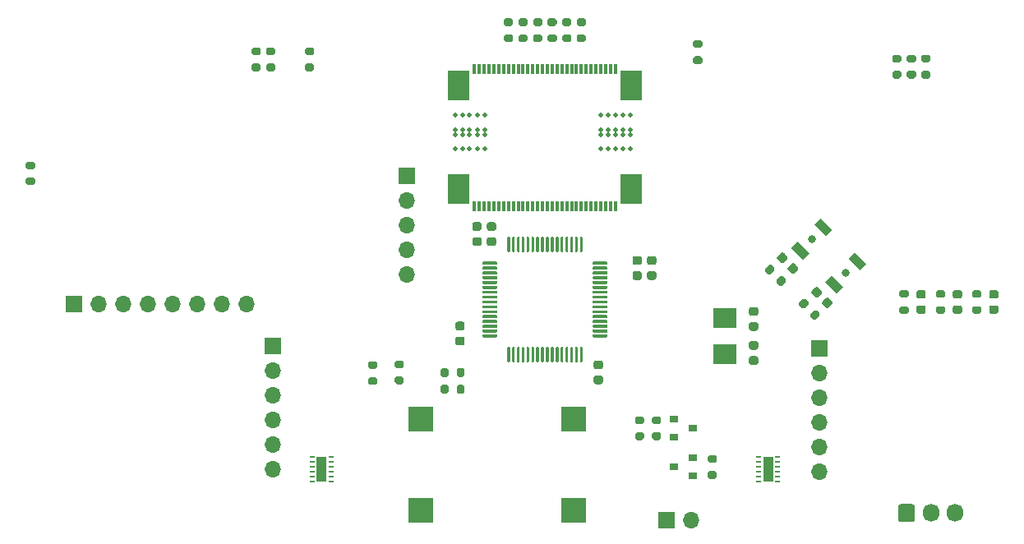
<source format=gbr>
%TF.GenerationSoftware,KiCad,Pcbnew,(5.1.7)-1*%
%TF.CreationDate,2021-05-04T00:49:10+02:00*%
%TF.ProjectId,Kaszmir,4b61737a-6d69-4722-9e6b-696361645f70,rev?*%
%TF.SameCoordinates,Original*%
%TF.FileFunction,Soldermask,Top*%
%TF.FilePolarity,Negative*%
%FSLAX46Y46*%
G04 Gerber Fmt 4.6, Leading zero omitted, Abs format (unit mm)*
G04 Created by KiCad (PCBNEW (5.1.7)-1) date 2021-05-04 00:49:10*
%MOMM*%
%LPD*%
G01*
G04 APERTURE LIST*
%ADD10C,0.500000*%
%ADD11R,0.300000X1.100000*%
%ADD12R,2.300000X3.100000*%
%ADD13O,1.700000X1.850000*%
%ADD14R,1.000000X2.650000*%
%ADD15R,0.500000X0.250000*%
%ADD16O,1.700000X1.700000*%
%ADD17R,1.700000X1.700000*%
%ADD18R,2.400000X2.000000*%
%ADD19C,0.800000*%
%ADD20C,0.150000*%
%ADD21R,0.900000X0.800000*%
%ADD22R,2.540000X2.540000*%
G04 APERTURE END LIST*
D10*
%TO.C,mouse-bite-3mm-slot*%
X102504000Y-120500000D03*
X102504000Y-122000000D03*
X103254000Y-120500000D03*
X101754000Y-120500000D03*
X101754000Y-122000000D03*
X103254000Y-122000000D03*
X104028000Y-122000000D03*
X104028000Y-120500000D03*
X104790000Y-120500000D03*
X104790000Y-122000000D03*
%TD*%
%TO.C,mouse-bite-3mm-slot*%
X102504000Y-122500000D03*
X102504000Y-124000000D03*
X103254000Y-122500000D03*
X101754000Y-122500000D03*
X101754000Y-124000000D03*
X103254000Y-124000000D03*
X104028000Y-124000000D03*
X104028000Y-122500000D03*
X104790000Y-122500000D03*
X104790000Y-124000000D03*
%TD*%
%TO.C,R2*%
G36*
G01*
X111475000Y-112775000D02*
X112025000Y-112775000D01*
G75*
G02*
X112225000Y-112975000I0J-200000D01*
G01*
X112225000Y-113375000D01*
G75*
G02*
X112025000Y-113575000I-200000J0D01*
G01*
X111475000Y-113575000D01*
G75*
G02*
X111275000Y-113375000I0J200000D01*
G01*
X111275000Y-112975000D01*
G75*
G02*
X111475000Y-112775000I200000J0D01*
G01*
G37*
G36*
G01*
X111475000Y-114425000D02*
X112025000Y-114425000D01*
G75*
G02*
X112225000Y-114625000I0J-200000D01*
G01*
X112225000Y-115025000D01*
G75*
G02*
X112025000Y-115225000I-200000J0D01*
G01*
X111475000Y-115225000D01*
G75*
G02*
X111275000Y-115025000I0J200000D01*
G01*
X111275000Y-114625000D01*
G75*
G02*
X111475000Y-114425000I200000J0D01*
G01*
G37*
%TD*%
D11*
%TO.C,J1*%
X88750000Y-115750000D03*
X89250000Y-115750000D03*
X89750000Y-115750000D03*
X90250000Y-115750000D03*
X90750000Y-115750000D03*
X91250000Y-115750000D03*
D12*
X104920000Y-117450000D03*
X87080000Y-117450000D03*
D11*
X91750000Y-115750000D03*
X92250000Y-115750000D03*
X92750000Y-115750000D03*
X93250000Y-115750000D03*
X93750000Y-115750000D03*
X94250000Y-115750000D03*
X94750000Y-115750000D03*
X95250000Y-115750000D03*
X95750000Y-115750000D03*
X96250000Y-115750000D03*
X96750000Y-115750000D03*
X97250000Y-115750000D03*
X97750000Y-115750000D03*
X98250000Y-115750000D03*
X98750000Y-115750000D03*
X99250000Y-115750000D03*
X99750000Y-115750000D03*
X100250000Y-115750000D03*
X100750000Y-115750000D03*
X101250000Y-115750000D03*
X101750000Y-115750000D03*
X102250000Y-115750000D03*
X102750000Y-115750000D03*
X103250000Y-115750000D03*
%TD*%
%TO.C,R4*%
G36*
G01*
X71475000Y-113525000D02*
X72025000Y-113525000D01*
G75*
G02*
X72225000Y-113725000I0J-200000D01*
G01*
X72225000Y-114125000D01*
G75*
G02*
X72025000Y-114325000I-200000J0D01*
G01*
X71475000Y-114325000D01*
G75*
G02*
X71275000Y-114125000I0J200000D01*
G01*
X71275000Y-113725000D01*
G75*
G02*
X71475000Y-113525000I200000J0D01*
G01*
G37*
G36*
G01*
X71475000Y-115175000D02*
X72025000Y-115175000D01*
G75*
G02*
X72225000Y-115375000I0J-200000D01*
G01*
X72225000Y-115775000D01*
G75*
G02*
X72025000Y-115975000I-200000J0D01*
G01*
X71475000Y-115975000D01*
G75*
G02*
X71275000Y-115775000I0J200000D01*
G01*
X71275000Y-115375000D01*
G75*
G02*
X71475000Y-115175000I200000J0D01*
G01*
G37*
%TD*%
%TO.C,R5*%
G36*
G01*
X42725000Y-125275000D02*
X43275000Y-125275000D01*
G75*
G02*
X43475000Y-125475000I0J-200000D01*
G01*
X43475000Y-125875000D01*
G75*
G02*
X43275000Y-126075000I-200000J0D01*
G01*
X42725000Y-126075000D01*
G75*
G02*
X42525000Y-125875000I0J200000D01*
G01*
X42525000Y-125475000D01*
G75*
G02*
X42725000Y-125275000I200000J0D01*
G01*
G37*
G36*
G01*
X42725000Y-126925000D02*
X43275000Y-126925000D01*
G75*
G02*
X43475000Y-127125000I0J-200000D01*
G01*
X43475000Y-127525000D01*
G75*
G02*
X43275000Y-127725000I-200000J0D01*
G01*
X42725000Y-127725000D01*
G75*
G02*
X42525000Y-127525000I0J200000D01*
G01*
X42525000Y-127125000D01*
G75*
G02*
X42725000Y-126925000I200000J0D01*
G01*
G37*
%TD*%
%TO.C,R6*%
G36*
G01*
X135525000Y-116725000D02*
X134975000Y-116725000D01*
G75*
G02*
X134775000Y-116525000I0J200000D01*
G01*
X134775000Y-116125000D01*
G75*
G02*
X134975000Y-115925000I200000J0D01*
G01*
X135525000Y-115925000D01*
G75*
G02*
X135725000Y-116125000I0J-200000D01*
G01*
X135725000Y-116525000D01*
G75*
G02*
X135525000Y-116725000I-200000J0D01*
G01*
G37*
G36*
G01*
X135525000Y-115075000D02*
X134975000Y-115075000D01*
G75*
G02*
X134775000Y-114875000I0J200000D01*
G01*
X134775000Y-114475000D01*
G75*
G02*
X134975000Y-114275000I200000J0D01*
G01*
X135525000Y-114275000D01*
G75*
G02*
X135725000Y-114475000I0J-200000D01*
G01*
X135725000Y-114875000D01*
G75*
G02*
X135525000Y-115075000I-200000J0D01*
G01*
G37*
%TD*%
%TO.C,R8*%
G36*
G01*
X99475000Y-110525000D02*
X100025000Y-110525000D01*
G75*
G02*
X100225000Y-110725000I0J-200000D01*
G01*
X100225000Y-111125000D01*
G75*
G02*
X100025000Y-111325000I-200000J0D01*
G01*
X99475000Y-111325000D01*
G75*
G02*
X99275000Y-111125000I0J200000D01*
G01*
X99275000Y-110725000D01*
G75*
G02*
X99475000Y-110525000I200000J0D01*
G01*
G37*
G36*
G01*
X99475000Y-112175000D02*
X100025000Y-112175000D01*
G75*
G02*
X100225000Y-112375000I0J-200000D01*
G01*
X100225000Y-112775000D01*
G75*
G02*
X100025000Y-112975000I-200000J0D01*
G01*
X99475000Y-112975000D01*
G75*
G02*
X99275000Y-112775000I0J200000D01*
G01*
X99275000Y-112375000D01*
G75*
G02*
X99475000Y-112175000I200000J0D01*
G01*
G37*
%TD*%
%TO.C,R7*%
G36*
G01*
X132525000Y-116725000D02*
X131975000Y-116725000D01*
G75*
G02*
X131775000Y-116525000I0J200000D01*
G01*
X131775000Y-116125000D01*
G75*
G02*
X131975000Y-115925000I200000J0D01*
G01*
X132525000Y-115925000D01*
G75*
G02*
X132725000Y-116125000I0J-200000D01*
G01*
X132725000Y-116525000D01*
G75*
G02*
X132525000Y-116725000I-200000J0D01*
G01*
G37*
G36*
G01*
X132525000Y-115075000D02*
X131975000Y-115075000D01*
G75*
G02*
X131775000Y-114875000I0J200000D01*
G01*
X131775000Y-114475000D01*
G75*
G02*
X131975000Y-114275000I200000J0D01*
G01*
X132525000Y-114275000D01*
G75*
G02*
X132725000Y-114475000I0J-200000D01*
G01*
X132725000Y-114875000D01*
G75*
G02*
X132525000Y-115075000I-200000J0D01*
G01*
G37*
%TD*%
%TO.C,R10*%
G36*
G01*
X96475000Y-110525000D02*
X97025000Y-110525000D01*
G75*
G02*
X97225000Y-110725000I0J-200000D01*
G01*
X97225000Y-111125000D01*
G75*
G02*
X97025000Y-111325000I-200000J0D01*
G01*
X96475000Y-111325000D01*
G75*
G02*
X96275000Y-111125000I0J200000D01*
G01*
X96275000Y-110725000D01*
G75*
G02*
X96475000Y-110525000I200000J0D01*
G01*
G37*
G36*
G01*
X96475000Y-112175000D02*
X97025000Y-112175000D01*
G75*
G02*
X97225000Y-112375000I0J-200000D01*
G01*
X97225000Y-112775000D01*
G75*
G02*
X97025000Y-112975000I-200000J0D01*
G01*
X96475000Y-112975000D01*
G75*
G02*
X96275000Y-112775000I0J200000D01*
G01*
X96275000Y-112375000D01*
G75*
G02*
X96475000Y-112175000I200000J0D01*
G01*
G37*
%TD*%
%TO.C,R12*%
G36*
G01*
X93475000Y-110525000D02*
X94025000Y-110525000D01*
G75*
G02*
X94225000Y-110725000I0J-200000D01*
G01*
X94225000Y-111125000D01*
G75*
G02*
X94025000Y-111325000I-200000J0D01*
G01*
X93475000Y-111325000D01*
G75*
G02*
X93275000Y-111125000I0J200000D01*
G01*
X93275000Y-110725000D01*
G75*
G02*
X93475000Y-110525000I200000J0D01*
G01*
G37*
G36*
G01*
X93475000Y-112175000D02*
X94025000Y-112175000D01*
G75*
G02*
X94225000Y-112375000I0J-200000D01*
G01*
X94225000Y-112775000D01*
G75*
G02*
X94025000Y-112975000I-200000J0D01*
G01*
X93475000Y-112975000D01*
G75*
G02*
X93275000Y-112775000I0J200000D01*
G01*
X93275000Y-112375000D01*
G75*
G02*
X93475000Y-112175000I200000J0D01*
G01*
G37*
%TD*%
%TO.C,R13*%
G36*
G01*
X91975000Y-110525000D02*
X92525000Y-110525000D01*
G75*
G02*
X92725000Y-110725000I0J-200000D01*
G01*
X92725000Y-111125000D01*
G75*
G02*
X92525000Y-111325000I-200000J0D01*
G01*
X91975000Y-111325000D01*
G75*
G02*
X91775000Y-111125000I0J200000D01*
G01*
X91775000Y-110725000D01*
G75*
G02*
X91975000Y-110525000I200000J0D01*
G01*
G37*
G36*
G01*
X91975000Y-112175000D02*
X92525000Y-112175000D01*
G75*
G02*
X92725000Y-112375000I0J-200000D01*
G01*
X92725000Y-112775000D01*
G75*
G02*
X92525000Y-112975000I-200000J0D01*
G01*
X91975000Y-112975000D01*
G75*
G02*
X91775000Y-112775000I0J200000D01*
G01*
X91775000Y-112375000D01*
G75*
G02*
X91975000Y-112175000I200000J0D01*
G01*
G37*
%TD*%
%TO.C,R1*%
G36*
G01*
X133475000Y-114275000D02*
X134025000Y-114275000D01*
G75*
G02*
X134225000Y-114475000I0J-200000D01*
G01*
X134225000Y-114875000D01*
G75*
G02*
X134025000Y-115075000I-200000J0D01*
G01*
X133475000Y-115075000D01*
G75*
G02*
X133275000Y-114875000I0J200000D01*
G01*
X133275000Y-114475000D01*
G75*
G02*
X133475000Y-114275000I200000J0D01*
G01*
G37*
G36*
G01*
X133475000Y-115925000D02*
X134025000Y-115925000D01*
G75*
G02*
X134225000Y-116125000I0J-200000D01*
G01*
X134225000Y-116525000D01*
G75*
G02*
X134025000Y-116725000I-200000J0D01*
G01*
X133475000Y-116725000D01*
G75*
G02*
X133275000Y-116525000I0J200000D01*
G01*
X133275000Y-116125000D01*
G75*
G02*
X133475000Y-115925000I200000J0D01*
G01*
G37*
%TD*%
%TO.C,R9*%
G36*
G01*
X97975000Y-110525000D02*
X98525000Y-110525000D01*
G75*
G02*
X98725000Y-110725000I0J-200000D01*
G01*
X98725000Y-111125000D01*
G75*
G02*
X98525000Y-111325000I-200000J0D01*
G01*
X97975000Y-111325000D01*
G75*
G02*
X97775000Y-111125000I0J200000D01*
G01*
X97775000Y-110725000D01*
G75*
G02*
X97975000Y-110525000I200000J0D01*
G01*
G37*
G36*
G01*
X97975000Y-112175000D02*
X98525000Y-112175000D01*
G75*
G02*
X98725000Y-112375000I0J-200000D01*
G01*
X98725000Y-112775000D01*
G75*
G02*
X98525000Y-112975000I-200000J0D01*
G01*
X97975000Y-112975000D01*
G75*
G02*
X97775000Y-112775000I0J200000D01*
G01*
X97775000Y-112375000D01*
G75*
G02*
X97975000Y-112175000I200000J0D01*
G01*
G37*
%TD*%
%TO.C,R11*%
G36*
G01*
X94975000Y-110525000D02*
X95525000Y-110525000D01*
G75*
G02*
X95725000Y-110725000I0J-200000D01*
G01*
X95725000Y-111125000D01*
G75*
G02*
X95525000Y-111325000I-200000J0D01*
G01*
X94975000Y-111325000D01*
G75*
G02*
X94775000Y-111125000I0J200000D01*
G01*
X94775000Y-110725000D01*
G75*
G02*
X94975000Y-110525000I200000J0D01*
G01*
G37*
G36*
G01*
X94975000Y-112175000D02*
X95525000Y-112175000D01*
G75*
G02*
X95725000Y-112375000I0J-200000D01*
G01*
X95725000Y-112775000D01*
G75*
G02*
X95525000Y-112975000I-200000J0D01*
G01*
X94975000Y-112975000D01*
G75*
G02*
X94775000Y-112775000I0J200000D01*
G01*
X94775000Y-112375000D01*
G75*
G02*
X94975000Y-112175000I200000J0D01*
G01*
G37*
%TD*%
%TO.C,R15*%
G36*
G01*
X66525000Y-115975000D02*
X65975000Y-115975000D01*
G75*
G02*
X65775000Y-115775000I0J200000D01*
G01*
X65775000Y-115375000D01*
G75*
G02*
X65975000Y-115175000I200000J0D01*
G01*
X66525000Y-115175000D01*
G75*
G02*
X66725000Y-115375000I0J-200000D01*
G01*
X66725000Y-115775000D01*
G75*
G02*
X66525000Y-115975000I-200000J0D01*
G01*
G37*
G36*
G01*
X66525000Y-114325000D02*
X65975000Y-114325000D01*
G75*
G02*
X65775000Y-114125000I0J200000D01*
G01*
X65775000Y-113725000D01*
G75*
G02*
X65975000Y-113525000I200000J0D01*
G01*
X66525000Y-113525000D01*
G75*
G02*
X66725000Y-113725000I0J-200000D01*
G01*
X66725000Y-114125000D01*
G75*
G02*
X66525000Y-114325000I-200000J0D01*
G01*
G37*
%TD*%
%TO.C,R14*%
G36*
G01*
X68025000Y-115975000D02*
X67475000Y-115975000D01*
G75*
G02*
X67275000Y-115775000I0J200000D01*
G01*
X67275000Y-115375000D01*
G75*
G02*
X67475000Y-115175000I200000J0D01*
G01*
X68025000Y-115175000D01*
G75*
G02*
X68225000Y-115375000I0J-200000D01*
G01*
X68225000Y-115775000D01*
G75*
G02*
X68025000Y-115975000I-200000J0D01*
G01*
G37*
G36*
G01*
X68025000Y-114325000D02*
X67475000Y-114325000D01*
G75*
G02*
X67275000Y-114125000I0J200000D01*
G01*
X67275000Y-113725000D01*
G75*
G02*
X67475000Y-113525000I200000J0D01*
G01*
X68025000Y-113525000D01*
G75*
G02*
X68225000Y-113725000I0J-200000D01*
G01*
X68225000Y-114125000D01*
G75*
G02*
X68025000Y-114325000I-200000J0D01*
G01*
G37*
%TD*%
D10*
%TO.C,mouse-bite-3mm-slot*%
X89774000Y-122000000D03*
X89774000Y-120500000D03*
X89012000Y-120500000D03*
X89012000Y-122000000D03*
X88238000Y-122000000D03*
X86738000Y-122000000D03*
X86738000Y-120500000D03*
X88238000Y-120500000D03*
X87488000Y-122000000D03*
X87488000Y-120500000D03*
%TD*%
%TO.C,mouse-bite-3mm-slot*%
X89774000Y-124000000D03*
X89774000Y-122500000D03*
X89012000Y-122500000D03*
X89012000Y-124000000D03*
X88238000Y-124000000D03*
X86738000Y-124000000D03*
X86738000Y-122500000D03*
X88238000Y-122500000D03*
X87488000Y-124000000D03*
X87488000Y-122500000D03*
%TD*%
D13*
%TO.C,SW1*%
X138250000Y-161500000D03*
X135750000Y-161500000D03*
G36*
G01*
X132400000Y-162175000D02*
X132400000Y-160825000D01*
G75*
G02*
X132650000Y-160575000I250000J0D01*
G01*
X133850000Y-160575000D01*
G75*
G02*
X134100000Y-160825000I0J-250000D01*
G01*
X134100000Y-162175000D01*
G75*
G02*
X133850000Y-162425000I-250000J0D01*
G01*
X132650000Y-162425000D01*
G75*
G02*
X132400000Y-162175000I0J250000D01*
G01*
G37*
%TD*%
%TO.C,C12*%
G36*
G01*
X106750000Y-136575000D02*
X107250000Y-136575000D01*
G75*
G02*
X107475000Y-136800000I0J-225000D01*
G01*
X107475000Y-137250000D01*
G75*
G02*
X107250000Y-137475000I-225000J0D01*
G01*
X106750000Y-137475000D01*
G75*
G02*
X106525000Y-137250000I0J225000D01*
G01*
X106525000Y-136800000D01*
G75*
G02*
X106750000Y-136575000I225000J0D01*
G01*
G37*
G36*
G01*
X106750000Y-135025000D02*
X107250000Y-135025000D01*
G75*
G02*
X107475000Y-135250000I0J-225000D01*
G01*
X107475000Y-135700000D01*
G75*
G02*
X107250000Y-135925000I-225000J0D01*
G01*
X106750000Y-135925000D01*
G75*
G02*
X106525000Y-135700000I0J225000D01*
G01*
X106525000Y-135250000D01*
G75*
G02*
X106750000Y-135025000I225000J0D01*
G01*
G37*
%TD*%
%TO.C,C11*%
G36*
G01*
X105250000Y-136575000D02*
X105750000Y-136575000D01*
G75*
G02*
X105975000Y-136800000I0J-225000D01*
G01*
X105975000Y-137250000D01*
G75*
G02*
X105750000Y-137475000I-225000J0D01*
G01*
X105250000Y-137475000D01*
G75*
G02*
X105025000Y-137250000I0J225000D01*
G01*
X105025000Y-136800000D01*
G75*
G02*
X105250000Y-136575000I225000J0D01*
G01*
G37*
G36*
G01*
X105250000Y-135025000D02*
X105750000Y-135025000D01*
G75*
G02*
X105975000Y-135250000I0J-225000D01*
G01*
X105975000Y-135700000D01*
G75*
G02*
X105750000Y-135925000I-225000J0D01*
G01*
X105250000Y-135925000D01*
G75*
G02*
X105025000Y-135700000I0J225000D01*
G01*
X105025000Y-135250000D01*
G75*
G02*
X105250000Y-135025000I225000J0D01*
G01*
G37*
%TD*%
%TO.C,C9*%
G36*
G01*
X101250000Y-147325000D02*
X101750000Y-147325000D01*
G75*
G02*
X101975000Y-147550000I0J-225000D01*
G01*
X101975000Y-148000000D01*
G75*
G02*
X101750000Y-148225000I-225000J0D01*
G01*
X101250000Y-148225000D01*
G75*
G02*
X101025000Y-148000000I0J225000D01*
G01*
X101025000Y-147550000D01*
G75*
G02*
X101250000Y-147325000I225000J0D01*
G01*
G37*
G36*
G01*
X101250000Y-145775000D02*
X101750000Y-145775000D01*
G75*
G02*
X101975000Y-146000000I0J-225000D01*
G01*
X101975000Y-146450000D01*
G75*
G02*
X101750000Y-146675000I-225000J0D01*
G01*
X101250000Y-146675000D01*
G75*
G02*
X101025000Y-146450000I0J225000D01*
G01*
X101025000Y-146000000D01*
G75*
G02*
X101250000Y-145775000I225000J0D01*
G01*
G37*
%TD*%
%TO.C,C8*%
G36*
G01*
X90750000Y-132425000D02*
X90250000Y-132425000D01*
G75*
G02*
X90025000Y-132200000I0J225000D01*
G01*
X90025000Y-131750000D01*
G75*
G02*
X90250000Y-131525000I225000J0D01*
G01*
X90750000Y-131525000D01*
G75*
G02*
X90975000Y-131750000I0J-225000D01*
G01*
X90975000Y-132200000D01*
G75*
G02*
X90750000Y-132425000I-225000J0D01*
G01*
G37*
G36*
G01*
X90750000Y-133975000D02*
X90250000Y-133975000D01*
G75*
G02*
X90025000Y-133750000I0J225000D01*
G01*
X90025000Y-133300000D01*
G75*
G02*
X90250000Y-133075000I225000J0D01*
G01*
X90750000Y-133075000D01*
G75*
G02*
X90975000Y-133300000I0J-225000D01*
G01*
X90975000Y-133750000D01*
G75*
G02*
X90750000Y-133975000I-225000J0D01*
G01*
G37*
%TD*%
%TO.C,C7*%
G36*
G01*
X87500000Y-142675000D02*
X87000000Y-142675000D01*
G75*
G02*
X86775000Y-142450000I0J225000D01*
G01*
X86775000Y-142000000D01*
G75*
G02*
X87000000Y-141775000I225000J0D01*
G01*
X87500000Y-141775000D01*
G75*
G02*
X87725000Y-142000000I0J-225000D01*
G01*
X87725000Y-142450000D01*
G75*
G02*
X87500000Y-142675000I-225000J0D01*
G01*
G37*
G36*
G01*
X87500000Y-144225000D02*
X87000000Y-144225000D01*
G75*
G02*
X86775000Y-144000000I0J225000D01*
G01*
X86775000Y-143550000D01*
G75*
G02*
X87000000Y-143325000I225000J0D01*
G01*
X87500000Y-143325000D01*
G75*
G02*
X87725000Y-143550000I0J-225000D01*
G01*
X87725000Y-144000000D01*
G75*
G02*
X87500000Y-144225000I-225000J0D01*
G01*
G37*
%TD*%
%TO.C,C13*%
G36*
G01*
X89250000Y-132425000D02*
X88750000Y-132425000D01*
G75*
G02*
X88525000Y-132200000I0J225000D01*
G01*
X88525000Y-131750000D01*
G75*
G02*
X88750000Y-131525000I225000J0D01*
G01*
X89250000Y-131525000D01*
G75*
G02*
X89475000Y-131750000I0J-225000D01*
G01*
X89475000Y-132200000D01*
G75*
G02*
X89250000Y-132425000I-225000J0D01*
G01*
G37*
G36*
G01*
X89250000Y-133975000D02*
X88750000Y-133975000D01*
G75*
G02*
X88525000Y-133750000I0J225000D01*
G01*
X88525000Y-133300000D01*
G75*
G02*
X88750000Y-133075000I225000J0D01*
G01*
X89250000Y-133075000D01*
G75*
G02*
X89475000Y-133300000I0J-225000D01*
G01*
X89475000Y-133750000D01*
G75*
G02*
X89250000Y-133975000I-225000J0D01*
G01*
G37*
%TD*%
D14*
%TO.C,U1*%
X119000000Y-157000000D03*
D15*
X118050000Y-158250000D03*
X118050000Y-157750000D03*
X118050000Y-157250000D03*
X118050000Y-156750000D03*
X118050000Y-156250000D03*
X118050000Y-155750000D03*
X119950000Y-155750000D03*
X119950000Y-156250000D03*
X119950000Y-156750000D03*
X119950000Y-157250000D03*
X119950000Y-157750000D03*
X119950000Y-158250000D03*
%TD*%
D14*
%TO.C,U3*%
X73000000Y-157000000D03*
D15*
X73950000Y-155750000D03*
X73950000Y-156250000D03*
X73950000Y-156750000D03*
X73950000Y-157250000D03*
X73950000Y-157750000D03*
X73950000Y-158250000D03*
X72050000Y-158250000D03*
X72050000Y-157750000D03*
X72050000Y-157250000D03*
X72050000Y-156750000D03*
X72050000Y-156250000D03*
X72050000Y-155750000D03*
%TD*%
%TO.C,R13*%
G36*
G01*
X107775000Y-152325000D02*
X107225000Y-152325000D01*
G75*
G02*
X107025000Y-152125000I0J200000D01*
G01*
X107025000Y-151725000D01*
G75*
G02*
X107225000Y-151525000I200000J0D01*
G01*
X107775000Y-151525000D01*
G75*
G02*
X107975000Y-151725000I0J-200000D01*
G01*
X107975000Y-152125000D01*
G75*
G02*
X107775000Y-152325000I-200000J0D01*
G01*
G37*
G36*
G01*
X107775000Y-153975000D02*
X107225000Y-153975000D01*
G75*
G02*
X107025000Y-153775000I0J200000D01*
G01*
X107025000Y-153375000D01*
G75*
G02*
X107225000Y-153175000I200000J0D01*
G01*
X107775000Y-153175000D01*
G75*
G02*
X107975000Y-153375000I0J-200000D01*
G01*
X107975000Y-153775000D01*
G75*
G02*
X107775000Y-153975000I-200000J0D01*
G01*
G37*
%TD*%
D16*
%TO.C,STLINK*%
X81750000Y-136910000D03*
X81750000Y-134370000D03*
X81750000Y-131830000D03*
X81750000Y-129290000D03*
D17*
X81750000Y-126750000D03*
%TD*%
D18*
%TO.C,Y1*%
X114500000Y-145100000D03*
X114500000Y-141400000D03*
%TD*%
%TO.C,U2*%
G36*
G01*
X99900000Y-144475000D02*
X99900000Y-145875000D01*
G75*
G02*
X99825000Y-145950000I-75000J0D01*
G01*
X99675000Y-145950000D01*
G75*
G02*
X99600000Y-145875000I0J75000D01*
G01*
X99600000Y-144475000D01*
G75*
G02*
X99675000Y-144400000I75000J0D01*
G01*
X99825000Y-144400000D01*
G75*
G02*
X99900000Y-144475000I0J-75000D01*
G01*
G37*
G36*
G01*
X99400000Y-144475000D02*
X99400000Y-145875000D01*
G75*
G02*
X99325000Y-145950000I-75000J0D01*
G01*
X99175000Y-145950000D01*
G75*
G02*
X99100000Y-145875000I0J75000D01*
G01*
X99100000Y-144475000D01*
G75*
G02*
X99175000Y-144400000I75000J0D01*
G01*
X99325000Y-144400000D01*
G75*
G02*
X99400000Y-144475000I0J-75000D01*
G01*
G37*
G36*
G01*
X98900000Y-144475000D02*
X98900000Y-145875000D01*
G75*
G02*
X98825000Y-145950000I-75000J0D01*
G01*
X98675000Y-145950000D01*
G75*
G02*
X98600000Y-145875000I0J75000D01*
G01*
X98600000Y-144475000D01*
G75*
G02*
X98675000Y-144400000I75000J0D01*
G01*
X98825000Y-144400000D01*
G75*
G02*
X98900000Y-144475000I0J-75000D01*
G01*
G37*
G36*
G01*
X98400000Y-144475000D02*
X98400000Y-145875000D01*
G75*
G02*
X98325000Y-145950000I-75000J0D01*
G01*
X98175000Y-145950000D01*
G75*
G02*
X98100000Y-145875000I0J75000D01*
G01*
X98100000Y-144475000D01*
G75*
G02*
X98175000Y-144400000I75000J0D01*
G01*
X98325000Y-144400000D01*
G75*
G02*
X98400000Y-144475000I0J-75000D01*
G01*
G37*
G36*
G01*
X97900000Y-144475000D02*
X97900000Y-145875000D01*
G75*
G02*
X97825000Y-145950000I-75000J0D01*
G01*
X97675000Y-145950000D01*
G75*
G02*
X97600000Y-145875000I0J75000D01*
G01*
X97600000Y-144475000D01*
G75*
G02*
X97675000Y-144400000I75000J0D01*
G01*
X97825000Y-144400000D01*
G75*
G02*
X97900000Y-144475000I0J-75000D01*
G01*
G37*
G36*
G01*
X97400000Y-144475000D02*
X97400000Y-145875000D01*
G75*
G02*
X97325000Y-145950000I-75000J0D01*
G01*
X97175000Y-145950000D01*
G75*
G02*
X97100000Y-145875000I0J75000D01*
G01*
X97100000Y-144475000D01*
G75*
G02*
X97175000Y-144400000I75000J0D01*
G01*
X97325000Y-144400000D01*
G75*
G02*
X97400000Y-144475000I0J-75000D01*
G01*
G37*
G36*
G01*
X96900000Y-144475000D02*
X96900000Y-145875000D01*
G75*
G02*
X96825000Y-145950000I-75000J0D01*
G01*
X96675000Y-145950000D01*
G75*
G02*
X96600000Y-145875000I0J75000D01*
G01*
X96600000Y-144475000D01*
G75*
G02*
X96675000Y-144400000I75000J0D01*
G01*
X96825000Y-144400000D01*
G75*
G02*
X96900000Y-144475000I0J-75000D01*
G01*
G37*
G36*
G01*
X96400000Y-144475000D02*
X96400000Y-145875000D01*
G75*
G02*
X96325000Y-145950000I-75000J0D01*
G01*
X96175000Y-145950000D01*
G75*
G02*
X96100000Y-145875000I0J75000D01*
G01*
X96100000Y-144475000D01*
G75*
G02*
X96175000Y-144400000I75000J0D01*
G01*
X96325000Y-144400000D01*
G75*
G02*
X96400000Y-144475000I0J-75000D01*
G01*
G37*
G36*
G01*
X95900000Y-144475000D02*
X95900000Y-145875000D01*
G75*
G02*
X95825000Y-145950000I-75000J0D01*
G01*
X95675000Y-145950000D01*
G75*
G02*
X95600000Y-145875000I0J75000D01*
G01*
X95600000Y-144475000D01*
G75*
G02*
X95675000Y-144400000I75000J0D01*
G01*
X95825000Y-144400000D01*
G75*
G02*
X95900000Y-144475000I0J-75000D01*
G01*
G37*
G36*
G01*
X95400000Y-144475000D02*
X95400000Y-145875000D01*
G75*
G02*
X95325000Y-145950000I-75000J0D01*
G01*
X95175000Y-145950000D01*
G75*
G02*
X95100000Y-145875000I0J75000D01*
G01*
X95100000Y-144475000D01*
G75*
G02*
X95175000Y-144400000I75000J0D01*
G01*
X95325000Y-144400000D01*
G75*
G02*
X95400000Y-144475000I0J-75000D01*
G01*
G37*
G36*
G01*
X94900000Y-144475000D02*
X94900000Y-145875000D01*
G75*
G02*
X94825000Y-145950000I-75000J0D01*
G01*
X94675000Y-145950000D01*
G75*
G02*
X94600000Y-145875000I0J75000D01*
G01*
X94600000Y-144475000D01*
G75*
G02*
X94675000Y-144400000I75000J0D01*
G01*
X94825000Y-144400000D01*
G75*
G02*
X94900000Y-144475000I0J-75000D01*
G01*
G37*
G36*
G01*
X94400000Y-144475000D02*
X94400000Y-145875000D01*
G75*
G02*
X94325000Y-145950000I-75000J0D01*
G01*
X94175000Y-145950000D01*
G75*
G02*
X94100000Y-145875000I0J75000D01*
G01*
X94100000Y-144475000D01*
G75*
G02*
X94175000Y-144400000I75000J0D01*
G01*
X94325000Y-144400000D01*
G75*
G02*
X94400000Y-144475000I0J-75000D01*
G01*
G37*
G36*
G01*
X93900000Y-144475000D02*
X93900000Y-145875000D01*
G75*
G02*
X93825000Y-145950000I-75000J0D01*
G01*
X93675000Y-145950000D01*
G75*
G02*
X93600000Y-145875000I0J75000D01*
G01*
X93600000Y-144475000D01*
G75*
G02*
X93675000Y-144400000I75000J0D01*
G01*
X93825000Y-144400000D01*
G75*
G02*
X93900000Y-144475000I0J-75000D01*
G01*
G37*
G36*
G01*
X93400000Y-144475000D02*
X93400000Y-145875000D01*
G75*
G02*
X93325000Y-145950000I-75000J0D01*
G01*
X93175000Y-145950000D01*
G75*
G02*
X93100000Y-145875000I0J75000D01*
G01*
X93100000Y-144475000D01*
G75*
G02*
X93175000Y-144400000I75000J0D01*
G01*
X93325000Y-144400000D01*
G75*
G02*
X93400000Y-144475000I0J-75000D01*
G01*
G37*
G36*
G01*
X92900000Y-144475000D02*
X92900000Y-145875000D01*
G75*
G02*
X92825000Y-145950000I-75000J0D01*
G01*
X92675000Y-145950000D01*
G75*
G02*
X92600000Y-145875000I0J75000D01*
G01*
X92600000Y-144475000D01*
G75*
G02*
X92675000Y-144400000I75000J0D01*
G01*
X92825000Y-144400000D01*
G75*
G02*
X92900000Y-144475000I0J-75000D01*
G01*
G37*
G36*
G01*
X92400000Y-144475000D02*
X92400000Y-145875000D01*
G75*
G02*
X92325000Y-145950000I-75000J0D01*
G01*
X92175000Y-145950000D01*
G75*
G02*
X92100000Y-145875000I0J75000D01*
G01*
X92100000Y-144475000D01*
G75*
G02*
X92175000Y-144400000I75000J0D01*
G01*
X92325000Y-144400000D01*
G75*
G02*
X92400000Y-144475000I0J-75000D01*
G01*
G37*
G36*
G01*
X91100000Y-143175000D02*
X91100000Y-143325000D01*
G75*
G02*
X91025000Y-143400000I-75000J0D01*
G01*
X89625000Y-143400000D01*
G75*
G02*
X89550000Y-143325000I0J75000D01*
G01*
X89550000Y-143175000D01*
G75*
G02*
X89625000Y-143100000I75000J0D01*
G01*
X91025000Y-143100000D01*
G75*
G02*
X91100000Y-143175000I0J-75000D01*
G01*
G37*
G36*
G01*
X91100000Y-142675000D02*
X91100000Y-142825000D01*
G75*
G02*
X91025000Y-142900000I-75000J0D01*
G01*
X89625000Y-142900000D01*
G75*
G02*
X89550000Y-142825000I0J75000D01*
G01*
X89550000Y-142675000D01*
G75*
G02*
X89625000Y-142600000I75000J0D01*
G01*
X91025000Y-142600000D01*
G75*
G02*
X91100000Y-142675000I0J-75000D01*
G01*
G37*
G36*
G01*
X91100000Y-142175000D02*
X91100000Y-142325000D01*
G75*
G02*
X91025000Y-142400000I-75000J0D01*
G01*
X89625000Y-142400000D01*
G75*
G02*
X89550000Y-142325000I0J75000D01*
G01*
X89550000Y-142175000D01*
G75*
G02*
X89625000Y-142100000I75000J0D01*
G01*
X91025000Y-142100000D01*
G75*
G02*
X91100000Y-142175000I0J-75000D01*
G01*
G37*
G36*
G01*
X91100000Y-141675000D02*
X91100000Y-141825000D01*
G75*
G02*
X91025000Y-141900000I-75000J0D01*
G01*
X89625000Y-141900000D01*
G75*
G02*
X89550000Y-141825000I0J75000D01*
G01*
X89550000Y-141675000D01*
G75*
G02*
X89625000Y-141600000I75000J0D01*
G01*
X91025000Y-141600000D01*
G75*
G02*
X91100000Y-141675000I0J-75000D01*
G01*
G37*
G36*
G01*
X91100000Y-141175000D02*
X91100000Y-141325000D01*
G75*
G02*
X91025000Y-141400000I-75000J0D01*
G01*
X89625000Y-141400000D01*
G75*
G02*
X89550000Y-141325000I0J75000D01*
G01*
X89550000Y-141175000D01*
G75*
G02*
X89625000Y-141100000I75000J0D01*
G01*
X91025000Y-141100000D01*
G75*
G02*
X91100000Y-141175000I0J-75000D01*
G01*
G37*
G36*
G01*
X91100000Y-140675000D02*
X91100000Y-140825000D01*
G75*
G02*
X91025000Y-140900000I-75000J0D01*
G01*
X89625000Y-140900000D01*
G75*
G02*
X89550000Y-140825000I0J75000D01*
G01*
X89550000Y-140675000D01*
G75*
G02*
X89625000Y-140600000I75000J0D01*
G01*
X91025000Y-140600000D01*
G75*
G02*
X91100000Y-140675000I0J-75000D01*
G01*
G37*
G36*
G01*
X91100000Y-140175000D02*
X91100000Y-140325000D01*
G75*
G02*
X91025000Y-140400000I-75000J0D01*
G01*
X89625000Y-140400000D01*
G75*
G02*
X89550000Y-140325000I0J75000D01*
G01*
X89550000Y-140175000D01*
G75*
G02*
X89625000Y-140100000I75000J0D01*
G01*
X91025000Y-140100000D01*
G75*
G02*
X91100000Y-140175000I0J-75000D01*
G01*
G37*
G36*
G01*
X91100000Y-139675000D02*
X91100000Y-139825000D01*
G75*
G02*
X91025000Y-139900000I-75000J0D01*
G01*
X89625000Y-139900000D01*
G75*
G02*
X89550000Y-139825000I0J75000D01*
G01*
X89550000Y-139675000D01*
G75*
G02*
X89625000Y-139600000I75000J0D01*
G01*
X91025000Y-139600000D01*
G75*
G02*
X91100000Y-139675000I0J-75000D01*
G01*
G37*
G36*
G01*
X91100000Y-139175000D02*
X91100000Y-139325000D01*
G75*
G02*
X91025000Y-139400000I-75000J0D01*
G01*
X89625000Y-139400000D01*
G75*
G02*
X89550000Y-139325000I0J75000D01*
G01*
X89550000Y-139175000D01*
G75*
G02*
X89625000Y-139100000I75000J0D01*
G01*
X91025000Y-139100000D01*
G75*
G02*
X91100000Y-139175000I0J-75000D01*
G01*
G37*
G36*
G01*
X91100000Y-138675000D02*
X91100000Y-138825000D01*
G75*
G02*
X91025000Y-138900000I-75000J0D01*
G01*
X89625000Y-138900000D01*
G75*
G02*
X89550000Y-138825000I0J75000D01*
G01*
X89550000Y-138675000D01*
G75*
G02*
X89625000Y-138600000I75000J0D01*
G01*
X91025000Y-138600000D01*
G75*
G02*
X91100000Y-138675000I0J-75000D01*
G01*
G37*
G36*
G01*
X91100000Y-138175000D02*
X91100000Y-138325000D01*
G75*
G02*
X91025000Y-138400000I-75000J0D01*
G01*
X89625000Y-138400000D01*
G75*
G02*
X89550000Y-138325000I0J75000D01*
G01*
X89550000Y-138175000D01*
G75*
G02*
X89625000Y-138100000I75000J0D01*
G01*
X91025000Y-138100000D01*
G75*
G02*
X91100000Y-138175000I0J-75000D01*
G01*
G37*
G36*
G01*
X91100000Y-137675000D02*
X91100000Y-137825000D01*
G75*
G02*
X91025000Y-137900000I-75000J0D01*
G01*
X89625000Y-137900000D01*
G75*
G02*
X89550000Y-137825000I0J75000D01*
G01*
X89550000Y-137675000D01*
G75*
G02*
X89625000Y-137600000I75000J0D01*
G01*
X91025000Y-137600000D01*
G75*
G02*
X91100000Y-137675000I0J-75000D01*
G01*
G37*
G36*
G01*
X91100000Y-137175000D02*
X91100000Y-137325000D01*
G75*
G02*
X91025000Y-137400000I-75000J0D01*
G01*
X89625000Y-137400000D01*
G75*
G02*
X89550000Y-137325000I0J75000D01*
G01*
X89550000Y-137175000D01*
G75*
G02*
X89625000Y-137100000I75000J0D01*
G01*
X91025000Y-137100000D01*
G75*
G02*
X91100000Y-137175000I0J-75000D01*
G01*
G37*
G36*
G01*
X91100000Y-136675000D02*
X91100000Y-136825000D01*
G75*
G02*
X91025000Y-136900000I-75000J0D01*
G01*
X89625000Y-136900000D01*
G75*
G02*
X89550000Y-136825000I0J75000D01*
G01*
X89550000Y-136675000D01*
G75*
G02*
X89625000Y-136600000I75000J0D01*
G01*
X91025000Y-136600000D01*
G75*
G02*
X91100000Y-136675000I0J-75000D01*
G01*
G37*
G36*
G01*
X91100000Y-136175000D02*
X91100000Y-136325000D01*
G75*
G02*
X91025000Y-136400000I-75000J0D01*
G01*
X89625000Y-136400000D01*
G75*
G02*
X89550000Y-136325000I0J75000D01*
G01*
X89550000Y-136175000D01*
G75*
G02*
X89625000Y-136100000I75000J0D01*
G01*
X91025000Y-136100000D01*
G75*
G02*
X91100000Y-136175000I0J-75000D01*
G01*
G37*
G36*
G01*
X91100000Y-135675000D02*
X91100000Y-135825000D01*
G75*
G02*
X91025000Y-135900000I-75000J0D01*
G01*
X89625000Y-135900000D01*
G75*
G02*
X89550000Y-135825000I0J75000D01*
G01*
X89550000Y-135675000D01*
G75*
G02*
X89625000Y-135600000I75000J0D01*
G01*
X91025000Y-135600000D01*
G75*
G02*
X91100000Y-135675000I0J-75000D01*
G01*
G37*
G36*
G01*
X92400000Y-133125000D02*
X92400000Y-134525000D01*
G75*
G02*
X92325000Y-134600000I-75000J0D01*
G01*
X92175000Y-134600000D01*
G75*
G02*
X92100000Y-134525000I0J75000D01*
G01*
X92100000Y-133125000D01*
G75*
G02*
X92175000Y-133050000I75000J0D01*
G01*
X92325000Y-133050000D01*
G75*
G02*
X92400000Y-133125000I0J-75000D01*
G01*
G37*
G36*
G01*
X92900000Y-133125000D02*
X92900000Y-134525000D01*
G75*
G02*
X92825000Y-134600000I-75000J0D01*
G01*
X92675000Y-134600000D01*
G75*
G02*
X92600000Y-134525000I0J75000D01*
G01*
X92600000Y-133125000D01*
G75*
G02*
X92675000Y-133050000I75000J0D01*
G01*
X92825000Y-133050000D01*
G75*
G02*
X92900000Y-133125000I0J-75000D01*
G01*
G37*
G36*
G01*
X93400000Y-133125000D02*
X93400000Y-134525000D01*
G75*
G02*
X93325000Y-134600000I-75000J0D01*
G01*
X93175000Y-134600000D01*
G75*
G02*
X93100000Y-134525000I0J75000D01*
G01*
X93100000Y-133125000D01*
G75*
G02*
X93175000Y-133050000I75000J0D01*
G01*
X93325000Y-133050000D01*
G75*
G02*
X93400000Y-133125000I0J-75000D01*
G01*
G37*
G36*
G01*
X93900000Y-133125000D02*
X93900000Y-134525000D01*
G75*
G02*
X93825000Y-134600000I-75000J0D01*
G01*
X93675000Y-134600000D01*
G75*
G02*
X93600000Y-134525000I0J75000D01*
G01*
X93600000Y-133125000D01*
G75*
G02*
X93675000Y-133050000I75000J0D01*
G01*
X93825000Y-133050000D01*
G75*
G02*
X93900000Y-133125000I0J-75000D01*
G01*
G37*
G36*
G01*
X94400000Y-133125000D02*
X94400000Y-134525000D01*
G75*
G02*
X94325000Y-134600000I-75000J0D01*
G01*
X94175000Y-134600000D01*
G75*
G02*
X94100000Y-134525000I0J75000D01*
G01*
X94100000Y-133125000D01*
G75*
G02*
X94175000Y-133050000I75000J0D01*
G01*
X94325000Y-133050000D01*
G75*
G02*
X94400000Y-133125000I0J-75000D01*
G01*
G37*
G36*
G01*
X94900000Y-133125000D02*
X94900000Y-134525000D01*
G75*
G02*
X94825000Y-134600000I-75000J0D01*
G01*
X94675000Y-134600000D01*
G75*
G02*
X94600000Y-134525000I0J75000D01*
G01*
X94600000Y-133125000D01*
G75*
G02*
X94675000Y-133050000I75000J0D01*
G01*
X94825000Y-133050000D01*
G75*
G02*
X94900000Y-133125000I0J-75000D01*
G01*
G37*
G36*
G01*
X95400000Y-133125000D02*
X95400000Y-134525000D01*
G75*
G02*
X95325000Y-134600000I-75000J0D01*
G01*
X95175000Y-134600000D01*
G75*
G02*
X95100000Y-134525000I0J75000D01*
G01*
X95100000Y-133125000D01*
G75*
G02*
X95175000Y-133050000I75000J0D01*
G01*
X95325000Y-133050000D01*
G75*
G02*
X95400000Y-133125000I0J-75000D01*
G01*
G37*
G36*
G01*
X95900000Y-133125000D02*
X95900000Y-134525000D01*
G75*
G02*
X95825000Y-134600000I-75000J0D01*
G01*
X95675000Y-134600000D01*
G75*
G02*
X95600000Y-134525000I0J75000D01*
G01*
X95600000Y-133125000D01*
G75*
G02*
X95675000Y-133050000I75000J0D01*
G01*
X95825000Y-133050000D01*
G75*
G02*
X95900000Y-133125000I0J-75000D01*
G01*
G37*
G36*
G01*
X96400000Y-133125000D02*
X96400000Y-134525000D01*
G75*
G02*
X96325000Y-134600000I-75000J0D01*
G01*
X96175000Y-134600000D01*
G75*
G02*
X96100000Y-134525000I0J75000D01*
G01*
X96100000Y-133125000D01*
G75*
G02*
X96175000Y-133050000I75000J0D01*
G01*
X96325000Y-133050000D01*
G75*
G02*
X96400000Y-133125000I0J-75000D01*
G01*
G37*
G36*
G01*
X96900000Y-133125000D02*
X96900000Y-134525000D01*
G75*
G02*
X96825000Y-134600000I-75000J0D01*
G01*
X96675000Y-134600000D01*
G75*
G02*
X96600000Y-134525000I0J75000D01*
G01*
X96600000Y-133125000D01*
G75*
G02*
X96675000Y-133050000I75000J0D01*
G01*
X96825000Y-133050000D01*
G75*
G02*
X96900000Y-133125000I0J-75000D01*
G01*
G37*
G36*
G01*
X97400000Y-133125000D02*
X97400000Y-134525000D01*
G75*
G02*
X97325000Y-134600000I-75000J0D01*
G01*
X97175000Y-134600000D01*
G75*
G02*
X97100000Y-134525000I0J75000D01*
G01*
X97100000Y-133125000D01*
G75*
G02*
X97175000Y-133050000I75000J0D01*
G01*
X97325000Y-133050000D01*
G75*
G02*
X97400000Y-133125000I0J-75000D01*
G01*
G37*
G36*
G01*
X97900000Y-133125000D02*
X97900000Y-134525000D01*
G75*
G02*
X97825000Y-134600000I-75000J0D01*
G01*
X97675000Y-134600000D01*
G75*
G02*
X97600000Y-134525000I0J75000D01*
G01*
X97600000Y-133125000D01*
G75*
G02*
X97675000Y-133050000I75000J0D01*
G01*
X97825000Y-133050000D01*
G75*
G02*
X97900000Y-133125000I0J-75000D01*
G01*
G37*
G36*
G01*
X98400000Y-133125000D02*
X98400000Y-134525000D01*
G75*
G02*
X98325000Y-134600000I-75000J0D01*
G01*
X98175000Y-134600000D01*
G75*
G02*
X98100000Y-134525000I0J75000D01*
G01*
X98100000Y-133125000D01*
G75*
G02*
X98175000Y-133050000I75000J0D01*
G01*
X98325000Y-133050000D01*
G75*
G02*
X98400000Y-133125000I0J-75000D01*
G01*
G37*
G36*
G01*
X98900000Y-133125000D02*
X98900000Y-134525000D01*
G75*
G02*
X98825000Y-134600000I-75000J0D01*
G01*
X98675000Y-134600000D01*
G75*
G02*
X98600000Y-134525000I0J75000D01*
G01*
X98600000Y-133125000D01*
G75*
G02*
X98675000Y-133050000I75000J0D01*
G01*
X98825000Y-133050000D01*
G75*
G02*
X98900000Y-133125000I0J-75000D01*
G01*
G37*
G36*
G01*
X99400000Y-133125000D02*
X99400000Y-134525000D01*
G75*
G02*
X99325000Y-134600000I-75000J0D01*
G01*
X99175000Y-134600000D01*
G75*
G02*
X99100000Y-134525000I0J75000D01*
G01*
X99100000Y-133125000D01*
G75*
G02*
X99175000Y-133050000I75000J0D01*
G01*
X99325000Y-133050000D01*
G75*
G02*
X99400000Y-133125000I0J-75000D01*
G01*
G37*
G36*
G01*
X99900000Y-133125000D02*
X99900000Y-134525000D01*
G75*
G02*
X99825000Y-134600000I-75000J0D01*
G01*
X99675000Y-134600000D01*
G75*
G02*
X99600000Y-134525000I0J75000D01*
G01*
X99600000Y-133125000D01*
G75*
G02*
X99675000Y-133050000I75000J0D01*
G01*
X99825000Y-133050000D01*
G75*
G02*
X99900000Y-133125000I0J-75000D01*
G01*
G37*
G36*
G01*
X102450000Y-135675000D02*
X102450000Y-135825000D01*
G75*
G02*
X102375000Y-135900000I-75000J0D01*
G01*
X100975000Y-135900000D01*
G75*
G02*
X100900000Y-135825000I0J75000D01*
G01*
X100900000Y-135675000D01*
G75*
G02*
X100975000Y-135600000I75000J0D01*
G01*
X102375000Y-135600000D01*
G75*
G02*
X102450000Y-135675000I0J-75000D01*
G01*
G37*
G36*
G01*
X102450000Y-136175000D02*
X102450000Y-136325000D01*
G75*
G02*
X102375000Y-136400000I-75000J0D01*
G01*
X100975000Y-136400000D01*
G75*
G02*
X100900000Y-136325000I0J75000D01*
G01*
X100900000Y-136175000D01*
G75*
G02*
X100975000Y-136100000I75000J0D01*
G01*
X102375000Y-136100000D01*
G75*
G02*
X102450000Y-136175000I0J-75000D01*
G01*
G37*
G36*
G01*
X102450000Y-136675000D02*
X102450000Y-136825000D01*
G75*
G02*
X102375000Y-136900000I-75000J0D01*
G01*
X100975000Y-136900000D01*
G75*
G02*
X100900000Y-136825000I0J75000D01*
G01*
X100900000Y-136675000D01*
G75*
G02*
X100975000Y-136600000I75000J0D01*
G01*
X102375000Y-136600000D01*
G75*
G02*
X102450000Y-136675000I0J-75000D01*
G01*
G37*
G36*
G01*
X102450000Y-137175000D02*
X102450000Y-137325000D01*
G75*
G02*
X102375000Y-137400000I-75000J0D01*
G01*
X100975000Y-137400000D01*
G75*
G02*
X100900000Y-137325000I0J75000D01*
G01*
X100900000Y-137175000D01*
G75*
G02*
X100975000Y-137100000I75000J0D01*
G01*
X102375000Y-137100000D01*
G75*
G02*
X102450000Y-137175000I0J-75000D01*
G01*
G37*
G36*
G01*
X102450000Y-137675000D02*
X102450000Y-137825000D01*
G75*
G02*
X102375000Y-137900000I-75000J0D01*
G01*
X100975000Y-137900000D01*
G75*
G02*
X100900000Y-137825000I0J75000D01*
G01*
X100900000Y-137675000D01*
G75*
G02*
X100975000Y-137600000I75000J0D01*
G01*
X102375000Y-137600000D01*
G75*
G02*
X102450000Y-137675000I0J-75000D01*
G01*
G37*
G36*
G01*
X102450000Y-138175000D02*
X102450000Y-138325000D01*
G75*
G02*
X102375000Y-138400000I-75000J0D01*
G01*
X100975000Y-138400000D01*
G75*
G02*
X100900000Y-138325000I0J75000D01*
G01*
X100900000Y-138175000D01*
G75*
G02*
X100975000Y-138100000I75000J0D01*
G01*
X102375000Y-138100000D01*
G75*
G02*
X102450000Y-138175000I0J-75000D01*
G01*
G37*
G36*
G01*
X102450000Y-138675000D02*
X102450000Y-138825000D01*
G75*
G02*
X102375000Y-138900000I-75000J0D01*
G01*
X100975000Y-138900000D01*
G75*
G02*
X100900000Y-138825000I0J75000D01*
G01*
X100900000Y-138675000D01*
G75*
G02*
X100975000Y-138600000I75000J0D01*
G01*
X102375000Y-138600000D01*
G75*
G02*
X102450000Y-138675000I0J-75000D01*
G01*
G37*
G36*
G01*
X102450000Y-139175000D02*
X102450000Y-139325000D01*
G75*
G02*
X102375000Y-139400000I-75000J0D01*
G01*
X100975000Y-139400000D01*
G75*
G02*
X100900000Y-139325000I0J75000D01*
G01*
X100900000Y-139175000D01*
G75*
G02*
X100975000Y-139100000I75000J0D01*
G01*
X102375000Y-139100000D01*
G75*
G02*
X102450000Y-139175000I0J-75000D01*
G01*
G37*
G36*
G01*
X102450000Y-139675000D02*
X102450000Y-139825000D01*
G75*
G02*
X102375000Y-139900000I-75000J0D01*
G01*
X100975000Y-139900000D01*
G75*
G02*
X100900000Y-139825000I0J75000D01*
G01*
X100900000Y-139675000D01*
G75*
G02*
X100975000Y-139600000I75000J0D01*
G01*
X102375000Y-139600000D01*
G75*
G02*
X102450000Y-139675000I0J-75000D01*
G01*
G37*
G36*
G01*
X102450000Y-140175000D02*
X102450000Y-140325000D01*
G75*
G02*
X102375000Y-140400000I-75000J0D01*
G01*
X100975000Y-140400000D01*
G75*
G02*
X100900000Y-140325000I0J75000D01*
G01*
X100900000Y-140175000D01*
G75*
G02*
X100975000Y-140100000I75000J0D01*
G01*
X102375000Y-140100000D01*
G75*
G02*
X102450000Y-140175000I0J-75000D01*
G01*
G37*
G36*
G01*
X102450000Y-140675000D02*
X102450000Y-140825000D01*
G75*
G02*
X102375000Y-140900000I-75000J0D01*
G01*
X100975000Y-140900000D01*
G75*
G02*
X100900000Y-140825000I0J75000D01*
G01*
X100900000Y-140675000D01*
G75*
G02*
X100975000Y-140600000I75000J0D01*
G01*
X102375000Y-140600000D01*
G75*
G02*
X102450000Y-140675000I0J-75000D01*
G01*
G37*
G36*
G01*
X102450000Y-141175000D02*
X102450000Y-141325000D01*
G75*
G02*
X102375000Y-141400000I-75000J0D01*
G01*
X100975000Y-141400000D01*
G75*
G02*
X100900000Y-141325000I0J75000D01*
G01*
X100900000Y-141175000D01*
G75*
G02*
X100975000Y-141100000I75000J0D01*
G01*
X102375000Y-141100000D01*
G75*
G02*
X102450000Y-141175000I0J-75000D01*
G01*
G37*
G36*
G01*
X102450000Y-141675000D02*
X102450000Y-141825000D01*
G75*
G02*
X102375000Y-141900000I-75000J0D01*
G01*
X100975000Y-141900000D01*
G75*
G02*
X100900000Y-141825000I0J75000D01*
G01*
X100900000Y-141675000D01*
G75*
G02*
X100975000Y-141600000I75000J0D01*
G01*
X102375000Y-141600000D01*
G75*
G02*
X102450000Y-141675000I0J-75000D01*
G01*
G37*
G36*
G01*
X102450000Y-142175000D02*
X102450000Y-142325000D01*
G75*
G02*
X102375000Y-142400000I-75000J0D01*
G01*
X100975000Y-142400000D01*
G75*
G02*
X100900000Y-142325000I0J75000D01*
G01*
X100900000Y-142175000D01*
G75*
G02*
X100975000Y-142100000I75000J0D01*
G01*
X102375000Y-142100000D01*
G75*
G02*
X102450000Y-142175000I0J-75000D01*
G01*
G37*
G36*
G01*
X102450000Y-142675000D02*
X102450000Y-142825000D01*
G75*
G02*
X102375000Y-142900000I-75000J0D01*
G01*
X100975000Y-142900000D01*
G75*
G02*
X100900000Y-142825000I0J75000D01*
G01*
X100900000Y-142675000D01*
G75*
G02*
X100975000Y-142600000I75000J0D01*
G01*
X102375000Y-142600000D01*
G75*
G02*
X102450000Y-142675000I0J-75000D01*
G01*
G37*
G36*
G01*
X102450000Y-143175000D02*
X102450000Y-143325000D01*
G75*
G02*
X102375000Y-143400000I-75000J0D01*
G01*
X100975000Y-143400000D01*
G75*
G02*
X100900000Y-143325000I0J75000D01*
G01*
X100900000Y-143175000D01*
G75*
G02*
X100975000Y-143100000I75000J0D01*
G01*
X102375000Y-143100000D01*
G75*
G02*
X102450000Y-143175000I0J-75000D01*
G01*
G37*
%TD*%
D19*
%TO.C,SW3*%
X123500000Y-133250000D03*
D20*
G36*
X122015075Y-133532843D02*
G01*
X123217157Y-134734925D01*
X122580761Y-135371321D01*
X121378679Y-134169239D01*
X122015075Y-133532843D01*
G37*
G36*
X124419239Y-131128679D02*
G01*
X125621321Y-132330761D01*
X124984925Y-132967157D01*
X123782843Y-131765075D01*
X124419239Y-131128679D01*
G37*
%TD*%
D19*
%TO.C,SW2*%
X127000000Y-136750000D03*
D20*
G36*
X125515075Y-137032843D02*
G01*
X126717157Y-138234925D01*
X126080761Y-138871321D01*
X124878679Y-137669239D01*
X125515075Y-137032843D01*
G37*
G36*
X127919239Y-134628679D02*
G01*
X129121321Y-135830761D01*
X128484925Y-136467157D01*
X127282843Y-135265075D01*
X127919239Y-134628679D01*
G37*
%TD*%
%TO.C,R11*%
G36*
G01*
X77975000Y-147500000D02*
X78525000Y-147500000D01*
G75*
G02*
X78725000Y-147700000I0J-200000D01*
G01*
X78725000Y-148100000D01*
G75*
G02*
X78525000Y-148300000I-200000J0D01*
G01*
X77975000Y-148300000D01*
G75*
G02*
X77775000Y-148100000I0J200000D01*
G01*
X77775000Y-147700000D01*
G75*
G02*
X77975000Y-147500000I200000J0D01*
G01*
G37*
G36*
G01*
X77975000Y-145850000D02*
X78525000Y-145850000D01*
G75*
G02*
X78725000Y-146050000I0J-200000D01*
G01*
X78725000Y-146450000D01*
G75*
G02*
X78525000Y-146650000I-200000J0D01*
G01*
X77975000Y-146650000D01*
G75*
G02*
X77775000Y-146450000I0J200000D01*
G01*
X77775000Y-146050000D01*
G75*
G02*
X77975000Y-145850000I200000J0D01*
G01*
G37*
%TD*%
%TO.C,R10*%
G36*
G01*
X80725000Y-147425000D02*
X81275000Y-147425000D01*
G75*
G02*
X81475000Y-147625000I0J-200000D01*
G01*
X81475000Y-148025000D01*
G75*
G02*
X81275000Y-148225000I-200000J0D01*
G01*
X80725000Y-148225000D01*
G75*
G02*
X80525000Y-148025000I0J200000D01*
G01*
X80525000Y-147625000D01*
G75*
G02*
X80725000Y-147425000I200000J0D01*
G01*
G37*
G36*
G01*
X80725000Y-145775000D02*
X81275000Y-145775000D01*
G75*
G02*
X81475000Y-145975000I0J-200000D01*
G01*
X81475000Y-146375000D01*
G75*
G02*
X81275000Y-146575000I-200000J0D01*
G01*
X80725000Y-146575000D01*
G75*
G02*
X80525000Y-146375000I0J200000D01*
G01*
X80525000Y-145975000D01*
G75*
G02*
X80725000Y-145775000I200000J0D01*
G01*
G37*
%TD*%
%TO.C,R9*%
G36*
G01*
X86075000Y-148475000D02*
X86075000Y-149025000D01*
G75*
G02*
X85875000Y-149225000I-200000J0D01*
G01*
X85475000Y-149225000D01*
G75*
G02*
X85275000Y-149025000I0J200000D01*
G01*
X85275000Y-148475000D01*
G75*
G02*
X85475000Y-148275000I200000J0D01*
G01*
X85875000Y-148275000D01*
G75*
G02*
X86075000Y-148475000I0J-200000D01*
G01*
G37*
G36*
G01*
X87725000Y-148475000D02*
X87725000Y-149025000D01*
G75*
G02*
X87525000Y-149225000I-200000J0D01*
G01*
X87125000Y-149225000D01*
G75*
G02*
X86925000Y-149025000I0J200000D01*
G01*
X86925000Y-148475000D01*
G75*
G02*
X87125000Y-148275000I200000J0D01*
G01*
X87525000Y-148275000D01*
G75*
G02*
X87725000Y-148475000I0J-200000D01*
G01*
G37*
%TD*%
%TO.C,R8*%
G36*
G01*
X86075000Y-146725000D02*
X86075000Y-147275000D01*
G75*
G02*
X85875000Y-147475000I-200000J0D01*
G01*
X85475000Y-147475000D01*
G75*
G02*
X85275000Y-147275000I0J200000D01*
G01*
X85275000Y-146725000D01*
G75*
G02*
X85475000Y-146525000I200000J0D01*
G01*
X85875000Y-146525000D01*
G75*
G02*
X86075000Y-146725000I0J-200000D01*
G01*
G37*
G36*
G01*
X87725000Y-146725000D02*
X87725000Y-147275000D01*
G75*
G02*
X87525000Y-147475000I-200000J0D01*
G01*
X87125000Y-147475000D01*
G75*
G02*
X86925000Y-147275000I0J200000D01*
G01*
X86925000Y-146725000D01*
G75*
G02*
X87125000Y-146525000I200000J0D01*
G01*
X87525000Y-146525000D01*
G75*
G02*
X87725000Y-146725000I0J-200000D01*
G01*
G37*
%TD*%
%TO.C,R7*%
G36*
G01*
X140775000Y-139325000D02*
X140225000Y-139325000D01*
G75*
G02*
X140025000Y-139125000I0J200000D01*
G01*
X140025000Y-138725000D01*
G75*
G02*
X140225000Y-138525000I200000J0D01*
G01*
X140775000Y-138525000D01*
G75*
G02*
X140975000Y-138725000I0J-200000D01*
G01*
X140975000Y-139125000D01*
G75*
G02*
X140775000Y-139325000I-200000J0D01*
G01*
G37*
G36*
G01*
X140775000Y-140975000D02*
X140225000Y-140975000D01*
G75*
G02*
X140025000Y-140775000I0J200000D01*
G01*
X140025000Y-140375000D01*
G75*
G02*
X140225000Y-140175000I200000J0D01*
G01*
X140775000Y-140175000D01*
G75*
G02*
X140975000Y-140375000I0J-200000D01*
G01*
X140975000Y-140775000D01*
G75*
G02*
X140775000Y-140975000I-200000J0D01*
G01*
G37*
%TD*%
%TO.C,R6*%
G36*
G01*
X137025000Y-139325000D02*
X136475000Y-139325000D01*
G75*
G02*
X136275000Y-139125000I0J200000D01*
G01*
X136275000Y-138725000D01*
G75*
G02*
X136475000Y-138525000I200000J0D01*
G01*
X137025000Y-138525000D01*
G75*
G02*
X137225000Y-138725000I0J-200000D01*
G01*
X137225000Y-139125000D01*
G75*
G02*
X137025000Y-139325000I-200000J0D01*
G01*
G37*
G36*
G01*
X137025000Y-140975000D02*
X136475000Y-140975000D01*
G75*
G02*
X136275000Y-140775000I0J200000D01*
G01*
X136275000Y-140375000D01*
G75*
G02*
X136475000Y-140175000I200000J0D01*
G01*
X137025000Y-140175000D01*
G75*
G02*
X137225000Y-140375000I0J-200000D01*
G01*
X137225000Y-140775000D01*
G75*
G02*
X137025000Y-140975000I-200000J0D01*
G01*
G37*
%TD*%
%TO.C,R5*%
G36*
G01*
X119856066Y-137494975D02*
X120244975Y-137106066D01*
G75*
G02*
X120527817Y-137106066I141421J-141421D01*
G01*
X120810660Y-137388909D01*
G75*
G02*
X120810660Y-137671751I-141421J-141421D01*
G01*
X120421751Y-138060660D01*
G75*
G02*
X120138909Y-138060660I-141421J141421D01*
G01*
X119856066Y-137777817D01*
G75*
G02*
X119856066Y-137494975I141421J141421D01*
G01*
G37*
G36*
G01*
X118689340Y-136328249D02*
X119078249Y-135939340D01*
G75*
G02*
X119361091Y-135939340I141421J-141421D01*
G01*
X119643934Y-136222183D01*
G75*
G02*
X119643934Y-136505025I-141421J-141421D01*
G01*
X119255025Y-136893934D01*
G75*
G02*
X118972183Y-136893934I-141421J141421D01*
G01*
X118689340Y-136611091D01*
G75*
G02*
X118689340Y-136328249I141421J141421D01*
G01*
G37*
%TD*%
%TO.C,R4*%
G36*
G01*
X123356066Y-140994975D02*
X123744975Y-140606066D01*
G75*
G02*
X124027817Y-140606066I141421J-141421D01*
G01*
X124310660Y-140888909D01*
G75*
G02*
X124310660Y-141171751I-141421J-141421D01*
G01*
X123921751Y-141560660D01*
G75*
G02*
X123638909Y-141560660I-141421J141421D01*
G01*
X123356066Y-141277817D01*
G75*
G02*
X123356066Y-140994975I141421J141421D01*
G01*
G37*
G36*
G01*
X122189340Y-139828249D02*
X122578249Y-139439340D01*
G75*
G02*
X122861091Y-139439340I141421J-141421D01*
G01*
X123143934Y-139722183D01*
G75*
G02*
X123143934Y-140005025I-141421J-141421D01*
G01*
X122755025Y-140393934D01*
G75*
G02*
X122472183Y-140393934I-141421J141421D01*
G01*
X122189340Y-140111091D01*
G75*
G02*
X122189340Y-139828249I141421J141421D01*
G01*
G37*
%TD*%
%TO.C,R3*%
G36*
G01*
X105475000Y-153175000D02*
X106025000Y-153175000D01*
G75*
G02*
X106225000Y-153375000I0J-200000D01*
G01*
X106225000Y-153775000D01*
G75*
G02*
X106025000Y-153975000I-200000J0D01*
G01*
X105475000Y-153975000D01*
G75*
G02*
X105275000Y-153775000I0J200000D01*
G01*
X105275000Y-153375000D01*
G75*
G02*
X105475000Y-153175000I200000J0D01*
G01*
G37*
G36*
G01*
X105475000Y-151525000D02*
X106025000Y-151525000D01*
G75*
G02*
X106225000Y-151725000I0J-200000D01*
G01*
X106225000Y-152125000D01*
G75*
G02*
X106025000Y-152325000I-200000J0D01*
G01*
X105475000Y-152325000D01*
G75*
G02*
X105275000Y-152125000I0J200000D01*
G01*
X105275000Y-151725000D01*
G75*
G02*
X105475000Y-151525000I200000J0D01*
G01*
G37*
%TD*%
%TO.C,R2*%
G36*
G01*
X113525000Y-156325000D02*
X112975000Y-156325000D01*
G75*
G02*
X112775000Y-156125000I0J200000D01*
G01*
X112775000Y-155725000D01*
G75*
G02*
X112975000Y-155525000I200000J0D01*
G01*
X113525000Y-155525000D01*
G75*
G02*
X113725000Y-155725000I0J-200000D01*
G01*
X113725000Y-156125000D01*
G75*
G02*
X113525000Y-156325000I-200000J0D01*
G01*
G37*
G36*
G01*
X113525000Y-157975000D02*
X112975000Y-157975000D01*
G75*
G02*
X112775000Y-157775000I0J200000D01*
G01*
X112775000Y-157375000D01*
G75*
G02*
X112975000Y-157175000I200000J0D01*
G01*
X113525000Y-157175000D01*
G75*
G02*
X113725000Y-157375000I0J-200000D01*
G01*
X113725000Y-157775000D01*
G75*
G02*
X113525000Y-157975000I-200000J0D01*
G01*
G37*
%TD*%
%TO.C,R1*%
G36*
G01*
X133275000Y-139325000D02*
X132725000Y-139325000D01*
G75*
G02*
X132525000Y-139125000I0J200000D01*
G01*
X132525000Y-138725000D01*
G75*
G02*
X132725000Y-138525000I200000J0D01*
G01*
X133275000Y-138525000D01*
G75*
G02*
X133475000Y-138725000I0J-200000D01*
G01*
X133475000Y-139125000D01*
G75*
G02*
X133275000Y-139325000I-200000J0D01*
G01*
G37*
G36*
G01*
X133275000Y-140975000D02*
X132725000Y-140975000D01*
G75*
G02*
X132525000Y-140775000I0J200000D01*
G01*
X132525000Y-140375000D01*
G75*
G02*
X132725000Y-140175000I200000J0D01*
G01*
X133275000Y-140175000D01*
G75*
G02*
X133475000Y-140375000I0J-200000D01*
G01*
X133475000Y-140775000D01*
G75*
G02*
X133275000Y-140975000I-200000J0D01*
G01*
G37*
%TD*%
D21*
%TO.C,Q2*%
X111250000Y-152750000D03*
X109250000Y-153700000D03*
X109250000Y-151800000D03*
%TD*%
%TO.C,Q1*%
X109250000Y-156750000D03*
X111250000Y-155800000D03*
X111250000Y-157700000D03*
%TD*%
D16*
%TO.C,J6*%
X68000000Y-156950000D03*
X68000000Y-154410000D03*
X68000000Y-151870000D03*
X68000000Y-149330000D03*
X68000000Y-146790000D03*
D17*
X68000000Y-144250000D03*
%TD*%
D16*
%TO.C,J5*%
X65280000Y-140000000D03*
X62740000Y-140000000D03*
X60200000Y-140000000D03*
X57660000Y-140000000D03*
X55120000Y-140000000D03*
X52580000Y-140000000D03*
X50040000Y-140000000D03*
D17*
X47500000Y-140000000D03*
%TD*%
D16*
%TO.C,J4*%
X124250000Y-157200000D03*
X124250000Y-154660000D03*
X124250000Y-152120000D03*
X124250000Y-149580000D03*
X124250000Y-147040000D03*
D17*
X124250000Y-144500000D03*
%TD*%
D16*
%TO.C,J3*%
X111040000Y-162250000D03*
D17*
X108500000Y-162250000D03*
%TD*%
D12*
%TO.C,J1*%
X87080000Y-128150000D03*
X104920000Y-128150000D03*
D11*
X88750000Y-129850000D03*
X89250000Y-129850000D03*
X89750000Y-129850000D03*
X90250000Y-129850000D03*
X90750000Y-129850000D03*
X91250000Y-129850000D03*
X91750000Y-129850000D03*
X92250000Y-129850000D03*
X92750000Y-129850000D03*
X93250000Y-129850000D03*
X93750000Y-129850000D03*
X94250000Y-129850000D03*
X94750000Y-129850000D03*
X95250000Y-129850000D03*
X95750000Y-129850000D03*
X96250000Y-129850000D03*
X96750000Y-129850000D03*
X97250000Y-129850000D03*
X97750000Y-129850000D03*
X98250000Y-129850000D03*
X98750000Y-129850000D03*
X99250000Y-129850000D03*
X99750000Y-129850000D03*
X100250000Y-129850000D03*
X100750000Y-129850000D03*
X101250000Y-129850000D03*
X101750000Y-129850000D03*
X102250000Y-129850000D03*
X102750000Y-129850000D03*
X103250000Y-129850000D03*
%TD*%
%TO.C,D3*%
G36*
G01*
X141993750Y-140100000D02*
X142506250Y-140100000D01*
G75*
G02*
X142725000Y-140318750I0J-218750D01*
G01*
X142725000Y-140756250D01*
G75*
G02*
X142506250Y-140975000I-218750J0D01*
G01*
X141993750Y-140975000D01*
G75*
G02*
X141775000Y-140756250I0J218750D01*
G01*
X141775000Y-140318750D01*
G75*
G02*
X141993750Y-140100000I218750J0D01*
G01*
G37*
G36*
G01*
X141993750Y-138525000D02*
X142506250Y-138525000D01*
G75*
G02*
X142725000Y-138743750I0J-218750D01*
G01*
X142725000Y-139181250D01*
G75*
G02*
X142506250Y-139400000I-218750J0D01*
G01*
X141993750Y-139400000D01*
G75*
G02*
X141775000Y-139181250I0J218750D01*
G01*
X141775000Y-138743750D01*
G75*
G02*
X141993750Y-138525000I218750J0D01*
G01*
G37*
%TD*%
%TO.C,D2*%
G36*
G01*
X138243750Y-140100000D02*
X138756250Y-140100000D01*
G75*
G02*
X138975000Y-140318750I0J-218750D01*
G01*
X138975000Y-140756250D01*
G75*
G02*
X138756250Y-140975000I-218750J0D01*
G01*
X138243750Y-140975000D01*
G75*
G02*
X138025000Y-140756250I0J218750D01*
G01*
X138025000Y-140318750D01*
G75*
G02*
X138243750Y-140100000I218750J0D01*
G01*
G37*
G36*
G01*
X138243750Y-138525000D02*
X138756250Y-138525000D01*
G75*
G02*
X138975000Y-138743750I0J-218750D01*
G01*
X138975000Y-139181250D01*
G75*
G02*
X138756250Y-139400000I-218750J0D01*
G01*
X138243750Y-139400000D01*
G75*
G02*
X138025000Y-139181250I0J218750D01*
G01*
X138025000Y-138743750D01*
G75*
G02*
X138243750Y-138525000I218750J0D01*
G01*
G37*
%TD*%
%TO.C,D1*%
G36*
G01*
X134493750Y-140100000D02*
X135006250Y-140100000D01*
G75*
G02*
X135225000Y-140318750I0J-218750D01*
G01*
X135225000Y-140756250D01*
G75*
G02*
X135006250Y-140975000I-218750J0D01*
G01*
X134493750Y-140975000D01*
G75*
G02*
X134275000Y-140756250I0J218750D01*
G01*
X134275000Y-140318750D01*
G75*
G02*
X134493750Y-140100000I218750J0D01*
G01*
G37*
G36*
G01*
X134493750Y-138525000D02*
X135006250Y-138525000D01*
G75*
G02*
X135225000Y-138743750I0J-218750D01*
G01*
X135225000Y-139181250D01*
G75*
G02*
X135006250Y-139400000I-218750J0D01*
G01*
X134493750Y-139400000D01*
G75*
G02*
X134275000Y-139181250I0J218750D01*
G01*
X134275000Y-138743750D01*
G75*
G02*
X134493750Y-138525000I218750J0D01*
G01*
G37*
%TD*%
%TO.C,C5*%
G36*
G01*
X117250000Y-141825000D02*
X117750000Y-141825000D01*
G75*
G02*
X117975000Y-142050000I0J-225000D01*
G01*
X117975000Y-142500000D01*
G75*
G02*
X117750000Y-142725000I-225000J0D01*
G01*
X117250000Y-142725000D01*
G75*
G02*
X117025000Y-142500000I0J225000D01*
G01*
X117025000Y-142050000D01*
G75*
G02*
X117250000Y-141825000I225000J0D01*
G01*
G37*
G36*
G01*
X117250000Y-140275000D02*
X117750000Y-140275000D01*
G75*
G02*
X117975000Y-140500000I0J-225000D01*
G01*
X117975000Y-140950000D01*
G75*
G02*
X117750000Y-141175000I-225000J0D01*
G01*
X117250000Y-141175000D01*
G75*
G02*
X117025000Y-140950000I0J225000D01*
G01*
X117025000Y-140500000D01*
G75*
G02*
X117250000Y-140275000I225000J0D01*
G01*
G37*
%TD*%
%TO.C,C4*%
G36*
G01*
X117750000Y-144675000D02*
X117250000Y-144675000D01*
G75*
G02*
X117025000Y-144450000I0J225000D01*
G01*
X117025000Y-144000000D01*
G75*
G02*
X117250000Y-143775000I225000J0D01*
G01*
X117750000Y-143775000D01*
G75*
G02*
X117975000Y-144000000I0J-225000D01*
G01*
X117975000Y-144450000D01*
G75*
G02*
X117750000Y-144675000I-225000J0D01*
G01*
G37*
G36*
G01*
X117750000Y-146225000D02*
X117250000Y-146225000D01*
G75*
G02*
X117025000Y-146000000I0J225000D01*
G01*
X117025000Y-145550000D01*
G75*
G02*
X117250000Y-145325000I225000J0D01*
G01*
X117750000Y-145325000D01*
G75*
G02*
X117975000Y-145550000I0J-225000D01*
G01*
X117975000Y-146000000D01*
G75*
G02*
X117750000Y-146225000I-225000J0D01*
G01*
G37*
%TD*%
%TO.C,C2*%
G36*
G01*
X121053033Y-136156587D02*
X121406587Y-135803033D01*
G75*
G02*
X121724785Y-135803033I159099J-159099D01*
G01*
X122042983Y-136121231D01*
G75*
G02*
X122042983Y-136439429I-159099J-159099D01*
G01*
X121689429Y-136792983D01*
G75*
G02*
X121371231Y-136792983I-159099J159099D01*
G01*
X121053033Y-136474785D01*
G75*
G02*
X121053033Y-136156587I159099J159099D01*
G01*
G37*
G36*
G01*
X119957017Y-135060571D02*
X120310571Y-134707017D01*
G75*
G02*
X120628769Y-134707017I159099J-159099D01*
G01*
X120946967Y-135025215D01*
G75*
G02*
X120946967Y-135343413I-159099J-159099D01*
G01*
X120593413Y-135696967D01*
G75*
G02*
X120275215Y-135696967I-159099J159099D01*
G01*
X119957017Y-135378769D01*
G75*
G02*
X119957017Y-135060571I159099J159099D01*
G01*
G37*
%TD*%
%TO.C,C1*%
G36*
G01*
X124494975Y-138891421D02*
X124141421Y-139244975D01*
G75*
G02*
X123823223Y-139244975I-159099J159099D01*
G01*
X123505025Y-138926777D01*
G75*
G02*
X123505025Y-138608579I159099J159099D01*
G01*
X123858579Y-138255025D01*
G75*
G02*
X124176777Y-138255025I159099J-159099D01*
G01*
X124494975Y-138573223D01*
G75*
G02*
X124494975Y-138891421I-159099J-159099D01*
G01*
G37*
G36*
G01*
X125590991Y-139987437D02*
X125237437Y-140340991D01*
G75*
G02*
X124919239Y-140340991I-159099J159099D01*
G01*
X124601041Y-140022793D01*
G75*
G02*
X124601041Y-139704595I159099J159099D01*
G01*
X124954595Y-139351041D01*
G75*
G02*
X125272793Y-139351041I159099J-159099D01*
G01*
X125590991Y-139669239D01*
G75*
G02*
X125590991Y-139987437I-159099J-159099D01*
G01*
G37*
%TD*%
D22*
%TO.C,A1*%
X99000000Y-161250000D03*
X99000000Y-151856000D03*
X83250000Y-161250000D03*
X83250000Y-151856000D03*
%TD*%
M02*

</source>
